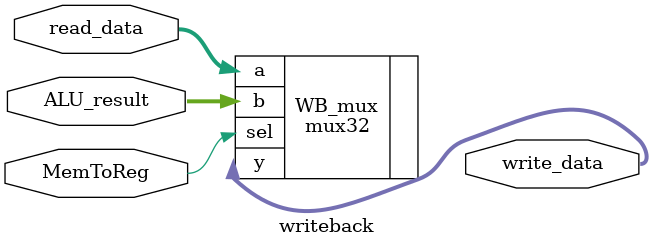
<source format=v>
`timescale 1ns / 1ps


module writeback(
    input MemToReg,
    input [31:0] read_data, ALU_result,
    output [31:0] write_data
);
    
    mux32 WB_mux(
        .a(read_data), 
        .b(ALU_result), 
        .sel(MemToReg), 
        .y(write_data)
    );
endmodule

</source>
